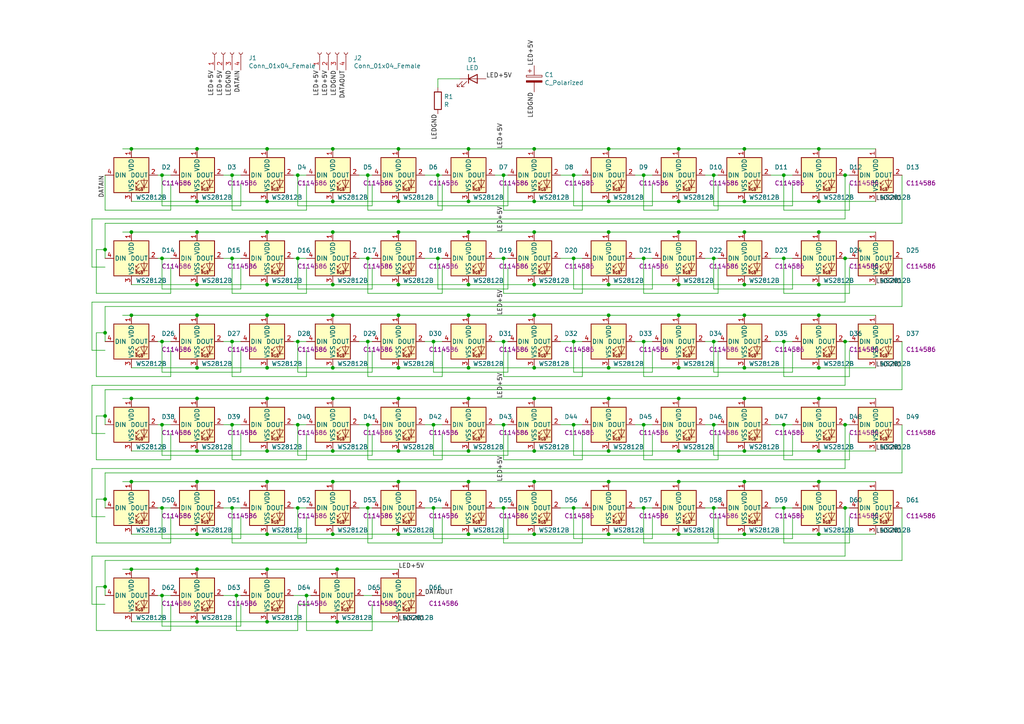
<source format=kicad_sch>
(kicad_sch (version 20211123) (generator eeschema)
  (paper "A4")
  (title_block (title "INTR LT PANEL") (date "2023-02-10") (rev "3"))
  (junction (at 237.49 115.57))
  (junction (at 135.89 139.7))
  (junction (at 196.85 154.94))
  (junction (at 186.69 50.8))
  (junction (at 176.53 43.18))
  (junction (at 30.48 120.65))
  (junction (at 77.47 130.81))
  (junction (at 38.1 43.18))
  (junction (at 154.94 67.31))
  (junction (at 135.89 154.94))
  (junction (at 176.53 139.7))
  (junction (at 176.53 130.81))
  (junction (at 67.31 74.93))
  (junction (at 57.15 43.18))
  (junction (at 196.85 130.81))
  (junction (at 196.85 139.7))
  (junction (at 176.53 115.57))
  (junction (at 86.36 50.8))
  (junction (at 154.94 82.55))
  (junction (at 215.9 154.94))
  (junction (at 196.85 91.44))
  (junction (at 57.15 139.7))
  (junction (at 86.36 123.19))
  (junction (at 106.68 74.93))
  (junction (at 196.85 43.18))
  (junction (at 38.1 115.57))
  (junction (at 67.31 147.32))
  (junction (at 166.37 123.19))
  (junction (at 176.53 154.94))
  (junction (at 154.94 115.57))
  (junction (at 57.15 154.94))
  (junction (at 77.47 58.42))
  (junction (at 215.9 106.68))
  (junction (at 38.1 67.31))
  (junction (at 97.79 165.1))
  (junction (at 77.47 165.1))
  (junction (at 154.94 106.68))
  (junction (at 176.53 91.44))
  (junction (at 215.9 43.18))
  (junction (at 46.99 123.19))
  (junction (at 30.48 144.78))
  (junction (at 215.9 82.55))
  (junction (at 77.47 180.34))
  (junction (at 176.53 67.31))
  (junction (at 196.85 67.31))
  (junction (at 237.49 82.55))
  (junction (at 135.89 106.68))
  (junction (at 127 74.93))
  (junction (at 237.49 67.31))
  (junction (at 115.57 130.81))
  (junction (at 166.37 99.06))
  (junction (at 96.52 139.7))
  (junction (at 237.49 91.44))
  (junction (at 96.52 154.94))
  (junction (at 57.15 91.44))
  (junction (at 227.33 99.06))
  (junction (at 154.94 58.42))
  (junction (at 196.85 58.42))
  (junction (at 96.52 106.68))
  (junction (at 86.36 147.32))
  (junction (at 207.01 123.19))
  (junction (at 96.52 130.81))
  (junction (at 57.15 115.57))
  (junction (at 77.47 115.57))
  (junction (at 245.11 50.8))
  (junction (at 115.57 43.18))
  (junction (at 207.01 147.32))
  (junction (at 135.89 58.42))
  (junction (at 46.99 147.32))
  (junction (at 115.57 82.55))
  (junction (at 215.9 91.44))
  (junction (at 215.9 58.42))
  (junction (at 77.47 106.68))
  (junction (at 57.15 180.34))
  (junction (at 77.47 139.7))
  (junction (at 176.53 106.68))
  (junction (at 46.99 172.72))
  (junction (at 46.99 99.06))
  (junction (at 146.05 74.93))
  (junction (at 245.11 74.93))
  (junction (at 115.57 154.94))
  (junction (at 96.52 115.57))
  (junction (at 57.15 130.81))
  (junction (at 196.85 106.68))
  (junction (at 154.94 139.7))
  (junction (at 135.89 43.18))
  (junction (at 245.11 99.06))
  (junction (at 135.89 130.81))
  (junction (at 96.52 82.55))
  (junction (at 215.9 67.31))
  (junction (at 154.94 154.94))
  (junction (at 96.52 67.31))
  (junction (at 166.37 74.93))
  (junction (at 57.15 82.55))
  (junction (at 57.15 67.31))
  (junction (at 176.53 58.42))
  (junction (at 106.68 147.32))
  (junction (at 77.47 82.55))
  (junction (at 237.49 154.94))
  (junction (at 67.31 123.19))
  (junction (at 57.15 165.1))
  (junction (at 125.73 99.06))
  (junction (at 86.36 74.93))
  (junction (at 176.53 82.55))
  (junction (at 186.69 99.06))
  (junction (at 245.11 147.32))
  (junction (at 115.57 115.57))
  (junction (at 115.57 91.44))
  (junction (at 57.15 106.68))
  (junction (at 88.9 172.72))
  (junction (at 77.47 67.31))
  (junction (at 30.48 72.39))
  (junction (at 96.52 58.42))
  (junction (at 96.52 91.44))
  (junction (at 186.69 123.19))
  (junction (at 127 50.8))
  (junction (at 106.68 50.8))
  (junction (at 38.1 139.7))
  (junction (at 215.9 130.81))
  (junction (at 215.9 115.57))
  (junction (at 30.48 170.18))
  (junction (at 115.57 106.68))
  (junction (at 30.48 96.52))
  (junction (at 46.99 50.8))
  (junction (at 245.11 123.19))
  (junction (at 135.89 67.31))
  (junction (at 77.47 154.94))
  (junction (at 207.01 50.8))
  (junction (at 115.57 139.7))
  (junction (at 96.52 43.18))
  (junction (at 146.05 147.32))
  (junction (at 135.89 82.55))
  (junction (at 38.1 165.1))
  (junction (at 146.05 50.8))
  (junction (at 215.9 139.7))
  (junction (at 106.68 99.06))
  (junction (at 237.49 58.42))
  (junction (at 154.94 130.81))
  (junction (at 166.37 50.8))
  (junction (at 106.68 123.19))
  (junction (at 146.05 123.19))
  (junction (at 227.33 147.32))
  (junction (at 166.37 147.32))
  (junction (at 196.85 82.55))
  (junction (at 67.31 50.8))
  (junction (at 57.15 58.42))
  (junction (at 67.31 99.06))
  (junction (at 237.49 43.18))
  (junction (at 227.33 74.93))
  (junction (at 146.05 99.06))
  (junction (at 125.73 123.19))
  (junction (at 237.49 106.68))
  (junction (at 46.99 74.93))
  (junction (at 186.69 74.93))
  (junction (at 135.89 115.57))
  (junction (at 86.36 99.06))
  (junction (at 237.49 139.7))
  (junction (at 237.49 130.81))
  (junction (at 154.94 91.44))
  (junction (at 227.33 50.8))
  (junction (at 68.58 172.72))
  (junction (at 77.47 91.44))
  (junction (at 227.33 123.19))
  (junction (at 207.01 74.93))
  (junction (at 115.57 58.42))
  (junction (at 186.69 147.32))
  (junction (at 38.1 91.44))
  (junction (at 196.85 115.57))
  (junction (at 125.73 147.32))
  (junction (at 207.01 99.06))
  (junction (at 115.57 67.31))
  (junction (at 97.79 180.34))
  (junction (at 135.89 91.44))
  (junction (at 77.47 43.18))
  (junction (at 154.94 43.18))
  (wire (pts (xy 261.62 162.56) (xy 30.48 162.56)))
  (wire (pts (xy 189.23 53.34) (xy 189.23 59.69)))
  (wire (pts (xy 166.37 99.06) (xy 168.91 99.06)))
  (wire (pts (xy 69.85 125.73) (xy 69.85 132.08)))
  (wire (pts (xy 229.87 132.08) (xy 207.01 132.08)))
  (wire (pts (xy 125.73 123.19) (xy 128.27 123.19)))
  (wire (pts (xy 88.9 133.35) (xy 67.31 133.35)))
  (wire (pts (xy 227.33 157.48) (xy 227.33 147.32)))
  (wire (pts (xy 115.57 43.18) (xy 135.89 43.18)))
  (wire (pts (xy 107.95 156.21) (xy 86.36 156.21)))
  (wire (pts (xy 186.69 109.22) (xy 186.69 99.06)))
  (wire (pts (xy 135.89 67.31) (xy 154.94 67.31)))
  (wire (pts (xy 96.52 67.31) (xy 115.57 67.31)))
  (wire (pts (xy 168.91 133.35) (xy 146.05 133.35)))
  (wire (pts (xy 88.9 109.22) (xy 67.31 109.22)))
  (wire (pts (xy 45.72 123.19) (xy 46.99 123.19)))
  (wire (pts (xy 115.57 130.81) (xy 135.89 130.81)))
  (wire (pts (xy 166.37 132.08) (xy 166.37 123.19)))
  (wire (pts (xy 85.09 147.32) (xy 86.36 147.32)))
  (wire (pts (xy 189.23 107.95) (xy 166.37 107.95)))
  (wire (pts (xy 135.89 115.57) (xy 154.94 115.57)))
  (wire (pts (xy 128.27 157.48) (xy 106.68 157.48)))
  (wire (pts (xy 67.31 74.93) (xy 69.85 74.93)))
  (wire (pts (xy 26.67 149.86) (xy 26.67 135.89)))
  (wire (pts (xy 64.77 147.32) (xy 67.31 147.32)))
  (wire (pts (xy 237.49 58.42) (xy 254 58.42)))
  (wire (pts (xy 237.49 91.44) (xy 254 91.44)))
  (wire (pts (xy 186.69 60.96) (xy 186.69 50.8)))
  (wire (pts (xy 186.69 74.93) (xy 189.23 74.93)))
  (wire (pts (xy 106.68 99.06) (xy 107.95 99.06)))
  (wire (pts (xy 154.94 91.44) (xy 176.53 91.44)))
  (wire (pts (xy 107.95 125.73) (xy 107.95 132.08)))
  (wire (pts (xy 168.91 85.09) (xy 146.05 85.09)))
  (wire (pts (xy 38.1 67.31) (xy 35.56 67.31)))
  (wire (pts (xy 27.94 109.22) (xy 49.53 109.22)))
  (wire (pts (xy 147.32 107.95) (xy 125.73 107.95)))
  (wire (pts (xy 246.38 53.34) (xy 246.38 60.96)))
  (wire (pts (xy 135.89 43.18) (xy 154.94 43.18)))
  (wire (pts (xy 96.52 115.57) (xy 115.57 115.57)))
  (wire (pts (xy 237.49 106.68) (xy 254 106.68)))
  (wire (pts (xy 166.37 107.95) (xy 166.37 99.06)))
  (wire (pts (xy 176.53 106.68) (xy 196.85 106.68)))
  (wire (pts (xy 27.94 96.52) (xy 30.48 96.52)))
  (wire (pts (xy 38.1 165.1) (xy 35.56 165.1)))
  (wire (pts (xy 96.52 91.44) (xy 115.57 91.44)))
  (wire (pts (xy 38.1 106.68) (xy 57.15 106.68)))
  (wire (pts (xy 146.05 157.48) (xy 146.05 147.32)))
  (wire (pts (xy 88.9 182.88) (xy 88.9 172.72)))
  (wire (pts (xy 146.05 74.93) (xy 147.32 74.93)))
  (wire (pts (xy 245.11 161.29) (xy 245.11 147.32)))
  (wire (pts (xy 57.15 130.81) (xy 77.47 130.81)))
  (wire (pts (xy 207.01 74.93) (xy 208.28 74.93)))
  (wire (pts (xy 154.94 130.81) (xy 176.53 130.81)))
  (wire (pts (xy 30.48 72.39) (xy 30.48 74.93)))
  (wire (pts (xy 237.49 130.81) (xy 254 130.81)))
  (wire (pts (xy 45.72 50.8) (xy 46.99 50.8)))
  (wire (pts (xy 38.1 67.31) (xy 57.15 67.31)))
  (wire (pts (xy 38.1 115.57) (xy 57.15 115.57)))
  (wire (pts (xy 67.31 109.22) (xy 67.31 99.06)))
  (wire (pts (xy 147.32 125.73) (xy 147.32 132.08)))
  (wire (pts (xy 146.05 147.32) (xy 147.32 147.32)))
  (wire (pts (xy 146.05 109.22) (xy 146.05 99.06)))
  (wire (pts (xy 85.09 50.8) (xy 86.36 50.8)))
  (wire (pts (xy 107.95 101.6) (xy 107.95 107.95)))
  (wire (pts (xy 69.85 77.47) (xy 69.85 83.82)))
  (wire (pts (xy 27.94 85.09) (xy 49.53 85.09)))
  (wire (pts (xy 207.01 50.8) (xy 208.28 50.8)))
  (wire (pts (xy 229.87 77.47) (xy 229.87 83.82)))
  (wire (pts (xy 189.23 149.86) (xy 189.23 156.21)))
  (wire (pts (xy 46.99 156.21) (xy 46.99 147.32)))
  (wire (pts (xy 135.89 154.94) (xy 154.94 154.94)))
  (wire (pts (xy 128.27 60.96) (xy 106.68 60.96)))
  (wire (pts (xy 27.94 157.48) (xy 27.94 144.78)))
  (wire (pts (xy 135.89 82.55) (xy 154.94 82.55)))
  (wire (pts (xy 154.94 139.7) (xy 176.53 139.7)))
  (wire (pts (xy 146.05 50.8) (xy 147.32 50.8)))
  (wire (pts (xy 57.15 139.7) (xy 77.47 139.7)))
  (wire (pts (xy 96.52 139.7) (xy 115.57 139.7)))
  (wire (pts (xy 147.32 132.08) (xy 125.73 132.08)))
  (wire (pts (xy 96.52 58.42) (xy 115.57 58.42)))
  (wire (pts (xy 127 83.82) (xy 127 74.93)))
  (wire (pts (xy 26.67 101.6) (xy 26.67 87.63)))
  (wire (pts (xy 215.9 82.55) (xy 237.49 82.55)))
  (wire (pts (xy 67.31 60.96) (xy 67.31 50.8)))
  (wire (pts (xy 227.33 74.93) (xy 229.87 74.93)))
  (wire (pts (xy 57.15 106.68) (xy 77.47 106.68)))
  (wire (pts (xy 104.14 50.8) (xy 106.68 50.8)))
  (wire (pts (xy 166.37 156.21) (xy 166.37 147.32)))
  (wire (pts (xy 104.14 147.32) (xy 106.68 147.32)))
  (wire (pts (xy 88.9 77.47) (xy 88.9 85.09)))
  (wire (pts (xy 227.33 50.8) (xy 229.87 50.8)))
  (wire (pts (xy 184.15 74.93) (xy 186.69 74.93)))
  (wire (pts (xy 96.52 43.18) (xy 115.57 43.18)))
  (wire (pts (xy 227.33 99.06) (xy 229.87 99.06)))
  (wire (pts (xy 123.19 147.32) (xy 125.73 147.32)))
  (wire (pts (xy 147.32 101.6) (xy 147.32 107.95)))
  (wire (pts (xy 207.01 107.95) (xy 207.01 99.06)))
  (wire (pts (xy 166.37 123.19) (xy 168.91 123.19)))
  (wire (pts (xy 38.1 139.7) (xy 35.56 139.7)))
  (wire (pts (xy 237.49 67.31) (xy 254 67.31)))
  (wire (pts (xy 237.49 43.18) (xy 254 43.18)))
  (wire (pts (xy 162.56 147.32) (xy 166.37 147.32)))
  (wire (pts (xy 106.68 109.22) (xy 106.68 99.06)))
  (wire (pts (xy 176.53 67.31) (xy 196.85 67.31)))
  (wire (pts (xy 154.94 115.57) (xy 176.53 115.57)))
  (wire (pts (xy 237.49 139.7) (xy 254 139.7)))
  (wire (pts (xy 196.85 91.44) (xy 215.9 91.44)))
  (wire (pts (xy 227.33 147.32) (xy 229.87 147.32)))
  (wire (pts (xy 246.38 77.47) (xy 246.38 85.09)))
  (wire (pts (xy 27.94 72.39) (xy 30.48 72.39)))
  (wire (pts (xy 154.94 82.55) (xy 176.53 82.55)))
  (wire (pts (xy 26.67 161.29) (xy 245.11 161.29)))
  (wire (pts (xy 86.36 175.26) (xy 86.36 182.88)))
  (wire (pts (xy 86.36 156.21) (xy 86.36 147.32)))
  (wire (pts (xy 107.95 149.86) (xy 107.95 156.21)))
  (wire (pts (xy 104.14 99.06) (xy 106.68 99.06)))
  (wire (pts (xy 88.9 125.73) (xy 88.9 133.35)))
  (wire (pts (xy 229.87 59.69) (xy 207.01 59.69)))
  (wire (pts (xy 204.47 99.06) (xy 207.01 99.06)))
  (wire (pts (xy 215.9 91.44) (xy 237.49 91.44)))
  (wire (pts (xy 69.85 53.34) (xy 69.85 59.69)))
  (wire (pts (xy 196.85 139.7) (xy 215.9 139.7)))
  (wire (pts (xy 104.14 74.93) (xy 106.68 74.93)))
  (wire (pts (xy 30.48 149.86) (xy 26.67 149.86)))
  (wire (pts (xy 166.37 147.32) (xy 168.91 147.32)))
  (wire (pts (xy 128.27 53.34) (xy 128.27 60.96)))
  (wire (pts (xy 49.53 60.96) (xy 49.53 53.34)))
  (wire (pts (xy 30.48 162.56) (xy 30.48 170.18)))
  (wire (pts (xy 85.09 99.06) (xy 86.36 99.06)))
  (wire (pts (xy 85.09 172.72) (xy 88.9 172.72)))
  (wire (pts (xy 46.99 123.19) (xy 49.53 123.19)))
  (wire (pts (xy 237.49 154.94) (xy 254 154.94)))
  (wire (pts (xy 215.9 139.7) (xy 237.49 139.7)))
  (wire (pts (xy 38.1 91.44) (xy 35.56 91.44)))
  (wire (pts (xy 227.33 133.35) (xy 227.33 123.19)))
  (wire (pts (xy 30.48 101.6) (xy 26.67 101.6)))
  (wire (pts (xy 176.53 154.94) (xy 196.85 154.94)))
  (wire (pts (xy 27.94 109.22) (xy 27.94 96.52)))
  (wire (pts (xy 46.99 74.93) (xy 49.53 74.93)))
  (wire (pts (xy 186.69 85.09) (xy 186.69 74.93)))
  (wire (pts (xy 57.15 43.18) (xy 77.47 43.18)))
  (wire (pts (xy 147.32 77.47) (xy 147.32 83.82)))
  (wire (pts (xy 135.89 58.42) (xy 154.94 58.42)))
  (wire (pts (xy 57.15 165.1) (xy 77.47 165.1)))
  (wire (pts (xy 135.89 91.44) (xy 154.94 91.44)))
  (wire (pts (xy 30.48 88.9) (xy 30.48 96.52)))
  (wire (pts (xy 127 50.8) (xy 128.27 50.8)))
  (wire (pts (xy 237.49 82.55) (xy 254 82.55)))
  (wire (pts (xy 85.09 74.93) (xy 86.36 74.93)))
  (wire (pts (xy 162.56 123.19) (xy 166.37 123.19)))
  (wire (pts (xy 146.05 60.96) (xy 146.05 50.8)))
  (wire (pts (xy 143.51 123.19) (xy 146.05 123.19)))
  (wire (pts (xy 176.53 115.57) (xy 196.85 115.57)))
  (wire (pts (xy 229.87 107.95) (xy 207.01 107.95)))
  (wire (pts (xy 125.73 147.32) (xy 128.27 147.32)))
  (wire (pts (xy 245.11 147.32) (xy 246.38 147.32)))
  (wire (pts (xy 215.9 67.31) (xy 237.49 67.31)))
  (wire (pts (xy 106.68 157.48) (xy 106.68 147.32)))
  (wire (pts (xy 128.27 101.6) (xy 128.27 109.22)))
  (wire (pts (xy 46.99 99.06) (xy 49.53 99.06)))
  (wire (pts (xy 67.31 99.06) (xy 69.85 99.06)))
  (wire (pts (xy 186.69 123.19) (xy 189.23 123.19)))
  (wire (pts (xy 204.47 123.19) (xy 207.01 123.19)))
  (wire (pts (xy 97.79 165.1) (xy 115.57 165.1)))
  (wire (pts (xy 176.53 58.42) (xy 196.85 58.42)))
  (wire (pts (xy 261.62 137.16) (xy 30.48 137.16)))
  (wire (pts (xy 27.94 144.78) (xy 30.48 144.78)))
  (wire (pts (xy 26.67 135.89) (xy 245.11 135.89)))
  (wire (pts (xy 38.1 91.44) (xy 57.15 91.44)))
  (wire (pts (xy 261.62 74.93) (xy 261.62 88.9)))
  (wire (pts (xy 223.52 123.19) (xy 227.33 123.19)))
  (wire (pts (xy 215.9 115.57) (xy 237.49 115.57)))
  (wire (pts (xy 69.85 83.82) (xy 46.99 83.82)))
  (wire (pts (xy 123.19 74.93) (xy 127 74.93)))
  (wire (pts (xy 106.68 147.32) (xy 107.95 147.32)))
  (wire (pts (xy 246.38 109.22) (xy 227.33 109.22)))
  (wire (pts (xy 135.89 139.7) (xy 154.94 139.7)))
  (wire (pts (xy 184.15 99.06) (xy 186.69 99.06)))
  (wire (pts (xy 237.49 115.57) (xy 254 115.57)))
  (wire (pts (xy 30.48 144.78) (xy 30.48 147.32)))
  (wire (pts (xy 46.99 50.8) (xy 49.53 50.8)))
  (wire (pts (xy 186.69 99.06) (xy 189.23 99.06)))
  (wire (pts (xy 227.33 85.09) (xy 227.33 74.93)))
  (wire (pts (xy 86.36 182.88) (xy 68.58 182.88)))
  (wire (pts (xy 146.05 123.19) (xy 147.32 123.19)))
  (wire (pts (xy 77.47 106.68) (xy 96.52 106.68)))
  (wire (pts (xy 64.77 50.8) (xy 67.31 50.8)))
  (wire (pts (xy 30.48 77.47) (xy 26.67 77.47)))
  (wire (pts (xy 107.95 107.95) (xy 86.36 107.95)))
  (wire (pts (xy 207.01 147.32) (xy 208.28 147.32)))
  (wire (pts (xy 67.31 50.8) (xy 69.85 50.8)))
  (wire (pts (xy 77.47 91.44) (xy 96.52 91.44)))
  (wire (pts (xy 168.91 60.96) (xy 146.05 60.96)))
  (wire (pts (xy 196.85 130.81) (xy 215.9 130.81)))
  (wire (pts (xy 146.05 74.93) (xy 146.05 85.09)))
  (wire (pts (xy 106.68 50.8) (xy 107.95 50.8)))
  (wire (pts (xy 115.57 115.57) (xy 135.89 115.57)))
  (wire (pts (xy 57.15 91.44) (xy 77.47 91.44)))
  (wire (pts (xy 57.15 67.31) (xy 77.47 67.31)))
  (wire (pts (xy 49.53 133.35) (xy 49.53 125.73)))
  (wire (pts (xy 46.99 107.95) (xy 46.99 99.06)))
  (wire (pts (xy 229.87 53.34) (xy 229.87 59.69)))
  (wire (pts (xy 146.05 133.35) (xy 146.05 123.19)))
  (wire (pts (xy 166.37 59.69) (xy 166.37 50.8)))
  (wire (pts (xy 227.33 60.96) (xy 227.33 50.8)))
  (wire (pts (xy 245.11 99.06) (xy 246.38 99.06)))
  (wire (pts (xy 57.15 180.34) (xy 77.47 180.34)))
  (wire (pts (xy 46.99 132.08) (xy 46.99 123.19)))
  (wire (pts (xy 189.23 77.47) (xy 189.23 83.82)))
  (wire (pts (xy 246.38 133.35) (xy 227.33 133.35)))
  (wire (pts (xy 208.28 109.22) (xy 186.69 109.22)))
  (wire (pts (xy 246.38 60.96) (xy 227.33 60.96)))
  (wire (pts (xy 154.94 154.94) (xy 176.53 154.94)))
  (wire (pts (xy 38.1 58.42) (xy 57.15 58.42)))
  (wire (pts (xy 26.67 87.63) (xy 245.11 87.63)))
  (wire (pts (xy 204.47 147.32) (xy 207.01 147.32)))
  (wire (pts (xy 38.1 43.18) (xy 57.15 43.18)))
  (wire (pts (xy 128.27 133.35) (xy 106.68 133.35)))
  (wire (pts (xy 147.32 156.21) (xy 125.73 156.21)))
  (wire (pts (xy 86.36 74.93) (xy 88.9 74.93)))
  (wire (pts (xy 86.36 99.06) (xy 88.9 99.06)))
  (wire (pts (xy 26.67 111.76) (xy 245.11 111.76)))
  (wire (pts (xy 69.85 181.61) (xy 46.99 181.61)))
  (wire (pts (xy 154.94 43.18) (xy 176.53 43.18)))
  (wire (pts (xy 246.38 85.09) (xy 227.33 85.09)))
  (wire (pts (xy 208.28 125.73) (xy 208.28 133.35)))
  (wire (pts (xy 127 74.93) (xy 128.27 74.93)))
  (wire (pts (xy 246.38 125.73) (xy 246.38 133.35)))
  (wire (pts (xy 115.57 91.44) (xy 135.89 91.44)))
  (wire (pts (xy 88.9 53.34) (xy 88.9 60.96)))
  (wire (pts (xy 88.9 172.72) (xy 90.17 172.72)))
  (wire (pts (xy 246.38 101.6) (xy 246.38 109.22)))
  (wire (pts (xy 27.94 85.09) (xy 27.94 72.39)))
  (wire (pts (xy 123.19 123.19) (xy 125.73 123.19)))
  (wire (pts (xy 143.51 99.06) (xy 146.05 99.06)))
  (wire (pts (xy 96.52 106.68) (xy 115.57 106.68)))
  (wire (pts (xy 125.73 99.06) (xy 128.27 99.06)))
  (wire (pts (xy 215.9 154.94) (xy 237.49 154.94)))
  (wire (pts (xy 77.47 180.34) (xy 97.79 180.34)))
  (wire (pts (xy 27.94 133.35) (xy 27.94 120.65)))
  (wire (pts (xy 106.68 85.09) (xy 106.68 74.93)))
  (wire (pts (xy 38.1 130.81) (xy 57.15 130.81)))
  (wire (pts (xy 208.28 77.47) (xy 208.28 85.09)))
  (wire (pts (xy 26.67 63.5) (xy 245.11 63.5)))
  (wire (pts (xy 261.62 123.19) (xy 261.62 137.16)))
  (wire (pts (xy 176.53 91.44) (xy 196.85 91.44)))
  (wire (pts (xy 125.73 107.95) (xy 125.73 99.06)))
  (wire (pts (xy 176.53 130.81) (xy 196.85 130.81)))
  (wire (pts (xy 125.73 147.32) (xy 125.73 156.21)))
  (wire (pts (xy 168.91 77.47) (xy 168.91 85.09)))
  (wire (pts (xy 184.15 147.32) (xy 186.69 147.32)))
  (wire (pts (xy 77.47 115.57) (xy 96.52 115.57)))
  (wire (pts (xy 189.23 83.82) (xy 166.37 83.82)))
  (wire (pts (xy 88.9 85.09) (xy 67.31 85.09)))
  (wire (pts (xy 215.9 130.81) (xy 237.49 130.81)))
  (wire (pts (xy 38.1 180.34) (xy 57.15 180.34)))
  (wire (pts (xy 26.67 77.47) (xy 26.67 63.5)))
  (wire (pts (xy 168.91 157.48) (xy 146.05 157.48)))
  (wire (pts (xy 189.23 125.73) (xy 189.23 132.08)))
  (wire (pts (xy 261.62 162.56) (xy 261.62 147.32)))
  (wire (pts (xy 86.36 132.08) (xy 86.36 123.19)))
  (wire (pts (xy 133.35 22.86) (xy 127 22.86)))
  (wire (pts (xy 208.28 101.6) (xy 208.28 109.22)))
  (wire (pts (xy 107.95 182.88) (xy 88.9 182.88)))
  (wire (pts (xy 77.47 165.1) (xy 97.79 165.1)))
  (wire (pts (xy 115.57 106.68) (xy 135.89 106.68)))
  (wire (pts (xy 123.19 99.06) (xy 125.73 99.06)))
  (wire (pts (xy 46.99 147.32) (xy 49.53 147.32)))
  (wire (pts (xy 77.47 58.42) (xy 96.52 58.42)))
  (wire (pts (xy 64.77 172.72) (xy 68.58 172.72)))
  (wire (pts (xy 68.58 172.72) (xy 69.85 172.72)))
  (wire (pts (xy 77.47 67.31) (xy 96.52 67.31)))
  (wire (pts (xy 176.53 43.18) (xy 196.85 43.18)))
  (wire (pts (xy 208.28 85.09) (xy 186.69 85.09)))
  (wire (pts (xy 86.36 50.8) (xy 88.9 50.8)))
  (wire (pts (xy 104.14 123.19) (xy 106.68 123.19)))
  (wire (pts (xy 49.53 85.09) (xy 49.53 77.47)))
  (wire (pts (xy 245.11 50.8) (xy 246.38 50.8)))
  (wire (pts (xy 30.48 113.03) (xy 30.48 120.65)))
  (wire (pts (xy 208.28 60.96) (xy 186.69 60.96)))
  (wire (pts (xy 162.56 50.8) (xy 166.37 50.8)))
  (wire (pts (xy 88.9 149.86) (xy 88.9 157.48)))
  (wire (pts (xy 261.62 50.8) (xy 261.62 64.77)))
  (wire (pts (xy 69.85 156.21) (xy 46.99 156.21)))
  (wire (pts (xy 127 59.69) (xy 127 50.8)))
  (wire (pts (xy 67.31 133.35) (xy 67.31 123.19)))
  (wire (pts (xy 245.11 74.93) (xy 246.38 74.93)))
  (wire (pts (xy 189.23 101.6) (xy 189.23 107.95)))
  (wire (pts (xy 186.69 147.32) (xy 189.23 147.32)))
  (wire (pts (xy 69.85 175.26) (xy 69.85 181.61)))
  (wire (pts (xy 196.85 58.42) (xy 215.9 58.42)))
  (wire (pts (xy 45.72 172.72) (xy 46.99 172.72)))
  (wire (pts (xy 96.52 130.81) (xy 115.57 130.81)))
  (wire (pts (xy 90.17 175.26) (xy 86.36 175.26)))
  (wire (pts (xy 245.11 123.19) (xy 246.38 123.19)))
  (wire (pts (xy 166.37 83.82) (xy 166.37 74.93)))
  (wire (pts (xy 46.99 172.72) (xy 49.53 172.72)))
  (wire (pts (xy 27.94 133.35) (xy 49.53 133.35)))
  (wire (pts (xy 196.85 43.18) (xy 215.9 43.18)))
  (wire (pts (xy 57.15 115.57) (xy 77.47 115.57)))
  (wire (pts (xy 128.27 77.47) (xy 128.27 85.09)))
  (wire (pts (xy 38.1 139.7) (xy 57.15 139.7)))
  (wire (pts (xy 245.11 87.63) (xy 245.11 74.93)))
  (wire (pts (xy 207.01 83.82) (xy 207.01 74.93)))
  (wire (pts (xy 196.85 106.68) (xy 215.9 106.68)))
  (wire (pts (xy 96.52 154.94) (xy 115.57 154.94)))
  (wire (pts (xy 115.57 154.94) (xy 135.89 154.94)))
  (wire (pts (xy 261.62 64.77) (xy 30.48 64.77)))
  (wire (pts (xy 77.47 82.55) (xy 96.52 82.55)))
  (wire (pts (xy 229.87 149.86) (xy 229.87 156.21)))
  (wire (pts (xy 207.01 99.06) (xy 208.28 99.06)))
  (wire (pts (xy 261.62 113.03) (xy 30.48 113.03)))
  (wire (pts (xy 107.95 53.34) (xy 107.95 59.69)))
  (wire (pts (xy 135.89 130.81) (xy 154.94 130.81)))
  (wire (pts (xy 67.31 123.19) (xy 69.85 123.19)))
  (wire (pts (xy 229.87 156.21) (xy 207.01 156.21)))
  (wire (pts (xy 88.9 101.6) (xy 88.9 109.22)))
  (wire (pts (xy 30.48 50.8) (xy 30.48 60.96)))
  (wire (pts (xy 184.15 50.8) (xy 186.69 50.8)))
  (wire (pts (xy 49.53 109.22) (xy 49.53 101.6)))
  (wire (pts (xy 106.68 74.93) (xy 107.95 74.93)))
  (wire (pts (xy 227.33 109.22) (xy 227.33 99.06)))
  (wire (pts (xy 69.85 101.6) (xy 69.85 107.95)))
  (wire (pts (xy 261.62 88.9) (xy 30.48 88.9)))
  (wire (pts (xy 189.23 156.21) (xy 166.37 156.21)))
  (wire (pts (xy 196.85 154.94) (xy 215.9 154.94)))
  (wire (pts (xy 166.37 74.93) (xy 168.91 74.93)))
  (wire (pts (xy 30.48 175.26) (xy 26.67 175.26)))
  (wire (pts (xy 30.48 96.52) (xy 30.48 99.06)))
  (wire (pts (xy 107.95 77.47) (xy 107.95 83.82)))
  (wire (pts (xy 168.91 149.86) (xy 168.91 157.48)))
  (wire (pts (xy 154.94 106.68) (xy 176.53 106.68)))
  (wire (pts (xy 223.52 74.93) (xy 227.33 74.93)))
  (wire (pts (xy 162.56 74.93) (xy 166.37 74.93)))
  (wire (pts (xy 38.1 82.55) (xy 57.15 82.55)))
  (wire (pts (xy 215.9 106.68) (xy 237.49 106.68)))
  (wire (pts (xy 77.47 154.94) (xy 96.52 154.94)))
  (wire (pts (xy 27.94 120.65) (xy 30.48 120.65)))
  (wire (pts (xy 135.89 106.68) (xy 154.94 106.68)))
  (wire (pts (xy 27.94 182.88) (xy 49.53 182.88)))
  (wire (pts (xy 115.57 67.31) (xy 135.89 67.31)))
  (wire (pts (xy 208.28 157.48) (xy 186.69 157.48)))
  (wire (pts (xy 46.99 83.82) (xy 46.99 74.93)))
  (wire (pts (xy 30.48 125.73) (xy 26.67 125.73)))
  (wire (pts (xy 27.94 157.48) (xy 49.53 157.48)))
  (wire (pts (xy 246.38 157.48) (xy 227.33 157.48)))
  (wire (pts (xy 68.58 182.88) (xy 68.58 172.72)))
  (wire (pts (xy 86.36 83.82) (xy 86.36 74.93)))
  (wire (pts (xy 49.53 157.48) (xy 49.53 149.86)))
  (wire (pts (xy 57.15 58.42) (xy 77.47 58.42)))
  (wire (pts (xy 204.47 50.8) (xy 207.01 50.8)))
  (wire (pts (xy 147.32 53.34) (xy 147.32 59.69)))
  (wire (pts (xy 186.69 133.35) (xy 186.69 123.19)))
  (wire (pts (xy 162.56 99.06) (xy 166.37 99.06)))
  (wire (pts (xy 207.01 123.19) (xy 208.28 123.19)))
  (wire (pts (xy 64.77 74.93) (xy 67.31 74.93)))
  (wire (pts (xy 176.53 82.55) (xy 196.85 82.55)))
  (wire (pts (xy 105.41 172.72) (xy 107.95 172.72)))
  (wire (pts (xy 86.36 107.95) (xy 86.36 99.06)))
  (wire (pts (xy 67.31 157.48) (xy 67.31 147.32)))
  (wire (pts (xy 196.85 82.55) (xy 215.9 82.55)))
  (wire (pts (xy 67.31 85.09) (xy 67.31 74.93)))
  (wire (pts (xy 147.32 149.86) (xy 147.32 156.21)))
  (wire (pts (xy 261.62 99.06) (xy 261.62 113.03)))
  (wire (pts (xy 208.28 53.34) (xy 208.28 60.96)))
  (wire (pts (xy 96.52 82.55) (xy 115.57 82.55)))
  (wire (pts (xy 227.33 123.19) (xy 229.87 123.19)))
  (wire (pts (xy 46.99 181.61) (xy 46.99 172.72)))
  (wire (pts (xy 186.69 157.48) (xy 186.69 147.32)))
  (wire (pts (xy 115.57 82.55) (xy 135.89 82.55)))
  (wire (pts (xy 77.47 130.81) (xy 96.52 130.81)))
  (wire (pts (xy 49.53 182.88) (xy 49.53 175.26)))
  (wire (pts (xy 204.47 74.93) (xy 207.01 74.93)))
  (wire (pts (xy 97.79 180.34) (xy 115.57 180.34)))
  (wire (pts (xy 154.94 67.31) (xy 176.53 67.31)))
  (wire (pts (xy 107.95 175.26) (xy 107.95 182.88)))
  (wire (pts (xy 127 22.86) (xy 127 25.4)))
  (wire (pts (xy 107.95 83.82) (xy 86.36 83.82)))
  (wire (pts (xy 86.36 59.69) (xy 86.36 50.8)))
  (wire (pts (xy 168.91 101.6) (xy 168.91 109.22)))
  (wire (pts (xy 69.85 107.95) (xy 46.99 107.95)))
  (wire (pts (xy 146.05 99.06) (xy 147.32 99.06)))
  (wire (pts (xy 168.91 53.34) (xy 168.91 60.96)))
  (wire (pts (xy 30.48 137.16) (xy 30.48 144.78)))
  (wire (pts (xy 208.28 149.86) (xy 208.28 157.48)))
  (wire (pts (xy 106.68 133.35) (xy 106.68 123.19)))
  (wire (pts (xy 176.53 139.7) (xy 196.85 139.7)))
  (wire (pts (xy 38.1 43.18) (xy 35.56 43.18)))
  (wire (pts (xy 106.68 123.19) (xy 107.95 123.19)))
  (wire (pts (xy 143.51 50.8) (xy 146.05 50.8)))
  (wire (pts (xy 207.01 132.08) (xy 207.01 123.19)))
  (wire (pts (xy 26.67 175.26) (xy 26.67 161.29)))
  (wire (pts (xy 128.27 85.09) (xy 106.68 85.09)))
  (wire (pts (xy 245.11 111.76) (xy 245.11 99.06)))
  (wire (pts (xy 69.85 149.86) (xy 69.85 156.21)))
  (wire (pts (xy 38.1 165.1) (xy 57.15 165.1)))
  (wire (pts (xy 30.48 60.96) (xy 49.53 60.96)))
  (wire (pts (xy 64.77 123.19) (xy 67.31 123.19)))
  (wire (pts (xy 30.48 120.65) (xy 30.48 123.19)))
  (wire (pts (xy 143.51 74.93) (xy 146.05 74.93)))
  (wire (pts (xy 127 83.82) (xy 147.32 83.82)))
  (wire (pts (xy 88.9 157.48) (xy 67.31 157.48)))
  (wire (pts (xy 128.27 125.73) (xy 128.27 133.35)))
  (wire (pts (xy 26.67 125.73) (xy 26.67 111.76)))
  (wire (pts (xy 166.37 50.8) (xy 168.91 50.8)))
  (wire (pts (xy 77.47 43.18) (xy 96.52 43.18)))
  (wire (pts (xy 223.52 99.06) (xy 227.33 99.06)))
  (wire (pts (xy 128.27 109.22) (xy 106.68 109.22)))
  (wire (pts (xy 46.99 59.69) (xy 46.99 50.8)))
  (wire (pts (xy 229.87 101.6) (xy 229.87 107.95)))
  (wire (pts (xy 27.94 182.88) (xy 27.94 170.18)))
  (wire (pts (xy 30.48 170.18) (xy 30.48 172.72)))
  (wire (pts (xy 86.36 147.32) (xy 88.9 147.32)))
  (wire (pts (xy 168.91 125.73) (xy 168.91 133.35)))
  (wire (pts (xy 196.85 67.31) (xy 215.9 67.31)))
  (wire (pts (xy 106.68 60.96) (xy 106.68 50.8)))
  (wire (pts (xy 38.1 115.57) (xy 35.56 115.57)))
  (wire (pts (xy 30.48 64.77) (xy 30.48 72.39)))
  (wire (pts (xy 27.94 170.18) (xy 30.48 170.18)))
  (wire (pts (xy 67.31 147.32) (xy 69.85 147.32)))
  (wire (pts (xy 223.52 147.32) (xy 227.33 147.32)))
  (wire (pts (xy 86.36 123.19) (xy 88.9 123.19)))
  (wire (pts (xy 85.09 123.19) (xy 86.36 123.19)))
  (wire (pts (xy 57.15 154.94) (xy 77.47 154.94)))
  (wire (pts (xy 168.91 109.22) (xy 146.05 109.22)))
  (wire (pts (xy 229.87 125.73) (xy 229.87 132.08)))
  (wire (pts (xy 38.1 154.94) (xy 57.15 154.94)))
  (wire (pts (xy 154.94 58.42) (xy 176.53 58.42)))
  (wire (pts (xy 229.87 83.82) (xy 207.01 83.82)))
  (wire (pts (xy 143.51 147.32) (xy 146.05 147.32)))
  (wire (pts (xy 189.23 59.69) (xy 166.37 59.69)))
  (wire (pts (xy 45.72 147.32) (xy 46.99 147.32)))
  (wire (pts (xy 186.69 50.8) (xy 189.23 50.8)))
  (wire (pts (xy 223.52 50.8) (xy 227.33 50.8)))
  (wire (pts (xy 246.38 149.86) (xy 246.38 157.48)))
  (wire (pts (xy 245.11 135.89) (xy 245.11 123.19)))
  (wire (pts (xy 69.85 132.08) (xy 46.99 132.08)))
  (wire (pts (xy 128.27 149.86) (xy 128.27 157.48)))
  (wire (pts (xy 125.73 132.08) (xy 125.73 123.19)))
  (wire (pts (xy 189.23 132.08) (xy 166.37 132.08)))
  (wire (pts (xy 123.19 50.8) (xy 127 50.8)))
  (wire (pts (xy 245.11 63.5) (xy 245.11 50.8)))
  (wire (pts (xy 215.9 58.42) (xy 237.49 58.42)))
  (wire (pts (xy 107.95 132.08) (xy 86.36 132.08)))
  (wire (pts (xy 57.15 82.55) (xy 77.47 82.55)))
  (wire (pts (xy 88.9 60.96) (xy 67.31 60.96)))
  (wire (pts (xy 207.01 59.69) (xy 207.01 50.8)))
  (wire (pts (xy 107.95 59.69) (xy 86.36 59.69)))
  (wire (pts (xy 196.85 115.57) (xy 215.9 115.57)))
  (wire (pts (xy 64.77 99.06) (xy 67.31 99.06)))
  (wire (pts (xy 147.32 59.69) (xy 127 59.69)))
  (wire (pts (xy 45.72 74.93) (xy 46.99 74.93)))
  (wire (pts (xy 69.85 59.69) (xy 46.99 59.69)))
  (wire (pts (xy 215.9 43.18) (xy 237.49 43.18)))
  (wire (pts (xy 115.57 58.42) (xy 135.89 58.42)))
  (wire (pts (xy 77.47 139.7) (xy 96.52 139.7)))
  (wire (pts (xy 208.28 133.35) (xy 186.69 133.35)))
  (wire (pts (xy 115.57 139.7) (xy 135.89 139.7)))
  (wire (pts (xy 184.15 123.19) (xy 186.69 123.19)))
  (wire (pts (xy 45.72 99.06) (xy 46.99 99.06)))
  (wire (pts (xy 207.01 156.21) (xy 207.01 147.32)))
  (label "LED+5V" (at 146.05 43.18 90))
  (label "LED+5V" (at 154.94 19.05 90))
  (label "LED+5V" (at 146.05 67.31 90))
  (label "LED+5V" (at 62.23 20.32 270))
  (label "LEDGND" (at 254 82.55 0))
  (label "DATAIN" (at 30.48 50.8 270))
  (label "LEDGND" (at 254 106.68 0))
  (label "LED+5V" (at 146.05 139.7 90))
  (label "LEDGND" (at 67.31 20.32 270))
  (label "LEDGND" (at 97.79 20.32 270))
  (label "LED+5V" (at 140.97 22.86 0))
  (label "LEDGND" (at 154.94 26.67 270))
  (label "LED+5V" (at 64.77 20.32 270))
  (label "DATAIN" (at 69.85 20.32 270))
  (label "LED+5V" (at 146.05 91.44 90))
  (label "DATAOUT" (at 123.19 172.72 0))
  (label "DATAOUT" (at 100.33 20.32 270))
  (label "LEDGND" (at 254 58.42 0))
  (label "LEDGND" (at 127 33.02 270))
  (label "LED+5V" (at 115.57 165.1 0))
  (label "LEDGND" (at 254 154.94 0))
  (label "LED+5V" (at 92.71 20.32 270))
  (label "LED+5V" (at 146.05 115.57 90))
  (label "LEDGND" (at 115.57 180.34 0))
  (label "LEDGND" (at 254 130.81 0))
  (label "LED+5V" (at 95.25 20.32 270))
  (symbol (lib_id "Device:C_Polarized") (at 154.94 22.86 0) (unit 1)
    (property "Reference" "C1" (at 157.9372 21.6916 0) (effects (justify left)))
    (property "Value" "C_Polarized" (at 157.9372 24.003 0) (effects (justify left)))
    (property "Footprint" "OH_Footprints:CP_Elec_8x10" (effects hide))
  )
  (symbol (lib_id "LED:WS2812B") (at 38.1 50.8 0) (unit 1)
    (property "Reference" "D2" (at 46.8376 48.4886 0) (effects (justify left)))
    (property "Value" "WS2812B" (at 39.37 56.515 0) (effects (justify left top)))
    (property "Footprint" "OH_Footprints:LED_WS2812B_PLCC4_5.0x5.0mm_P3.2mm" (effects hide))
    (property "Datasheet" "https://cdn-shop.adafruit.com/datasheets/WS2812B.pdf" (effects hide))
    (property "LCSC Part Number" "C114586" (at 46.8376 53.1114 0) (effects (justify left)))
  )
  (symbol (lib_id "Device:R") (at 127 29.21 0) (unit 1)
    (property "Reference" "R1" (at 128.778 28.0416 0) (effects (justify left)))
    (property "Value" "R" (at 128.778 30.353 0) (effects (justify left)))
    (property "Footprint" "OH_Footprints:R_0603_1608Metric" (effects hide))
  )
  (symbol (lib_id "Device:LED") (at 137.16 22.86 0) (unit 1)
    (property "Reference" "D1" (at 136.9822 17.3482 0))
    (property "Value" "LED" (at 136.9822 19.6596 0))
    (property "Footprint" "OH_Footprints:LED_D3.0mm" (effects hide))
  )
  (symbol (lib_id "Connector:Conn_01x04_Female") (at 64.77 15.24 90) (unit 1)
    (property "Reference" "J1" (at 72.0852 16.8148 90) (effects (justify right)))
    (property "Value" "Conn_01x04_Female" (at 72.0852 19.1262 90) (effects (justify right)))
    (property "Footprint" "OH_Footprints:Molex_Mini-Fit_Jr_5566-04A_2x02_P4.20mm_Vertical" (effects hide))
  )
  (symbol (lib_id "Connector:Conn_01x04_Female") (at 95.25 15.24 90) (unit 1)
    (property "Reference" "J2" (at 102.5652 16.8148 90) (effects (justify right)))
    (property "Value" "Conn_01x04_Female" (at 102.5652 19.1262 90) (effects (justify right)))
    (property "Footprint" "OH_Footprints:Molex_Mini-Fit_Jr_5566-04A_2x02_P4.20mm_Vertical" (effects hide))
  )
  (symbol (lib_id "LED:WS2812B") (at 57.15 50.8 0) (unit 1)
    (property "Reference" "D3" (at 65.8876 48.4886 0) (effects (justify left)))
    (property "Value" "WS2812B" (at 58.42 56.515 0) (effects (justify left top)))
    (property "Footprint" "OH_Footprints:LED_WS2812B_PLCC4_5.0x5.0mm_P3.2mm" (effects hide))
    (property "Datasheet" "https://cdn-shop.adafruit.com/datasheets/WS2812B.pdf" (effects hide))
    (property "LCSC Part Number" "C114586" (at 65.8876 53.1114 0) (effects (justify left)))
  )
  (symbol (lib_id "LED:WS2812B") (at 77.47 50.8 0) (unit 1)
    (property "Reference" "D4" (at 86.2076 48.4886 0) (effects (justify left)))
    (property "Value" "WS2812B" (at 78.74 56.515 0) (effects (justify left top)))
    (property "Footprint" "OH_Footprints:LED_WS2812B_PLCC4_5.0x5.0mm_P3.2mm" (effects hide))
    (property "Datasheet" "https://cdn-shop.adafruit.com/datasheets/WS2812B.pdf" (effects hide))
    (property "LCSC Part Number" "C114586" (at 86.2076 53.1114 0) (effects (justify left)))
  )
  (symbol (lib_id "LED:WS2812B") (at 96.52 50.8 0) (unit 1)
    (property "Reference" "D5" (at 105.2576 48.4886 0) (effects (justify left)))
    (property "Value" "WS2812B" (at 97.79 56.515 0) (effects (justify left top)))
    (property "Footprint" "OH_Footprints:LED_WS2812B_PLCC4_5.0x5.0mm_P3.2mm" (effects hide))
    (property "Datasheet" "https://cdn-shop.adafruit.com/datasheets/WS2812B.pdf" (effects hide))
    (property "LCSC Part Number" "C114586" (at 105.2576 53.1114 0) (effects (justify left)))
  )
  (symbol (lib_id "LED:WS2812B") (at 115.57 50.8 0) (unit 1)
    (property "Reference" "D6" (at 124.3076 48.4886 0) (effects (justify left)))
    (property "Value" "WS2812B" (at 116.84 56.515 0) (effects (justify left top)))
    (property "Footprint" "OH_Footprints:LED_WS2812B_PLCC4_5.0x5.0mm_P3.2mm" (effects hide))
    (property "Datasheet" "https://cdn-shop.adafruit.com/datasheets/WS2812B.pdf" (effects hide))
    (property "LCSC Part Number" "C114586" (at 124.3076 53.1114 0) (effects (justify left)))
  )
  (symbol (lib_id "LED:WS2812B") (at 135.89 50.8 0) (unit 1)
    (property "Reference" "D7" (at 144.6276 48.4886 0) (effects (justify left)))
    (property "Value" "WS2812B" (at 137.16 56.515 0) (effects (justify left top)))
    (property "Footprint" "OH_Footprints:LED_WS2812B_PLCC4_5.0x5.0mm_P3.2mm" (effects hide))
    (property "Datasheet" "https://cdn-shop.adafruit.com/datasheets/WS2812B.pdf" (effects hide))
    (property "LCSC Part Number" "C114586" (at 144.6276 53.1114 0) (effects (justify left)))
  )
  (symbol (lib_id "LED:WS2812B") (at 154.94 50.8 0) (unit 1)
    (property "Reference" "D8" (at 163.6776 48.4886 0) (effects (justify left)))
    (property "Value" "WS2812B" (at 156.21 56.515 0) (effects (justify left top)))
    (property "Footprint" "OH_Footprints:LED_WS2812B_PLCC4_5.0x5.0mm_P3.2mm" (effects hide))
    (property "Datasheet" "https://cdn-shop.adafruit.com/datasheets/WS2812B.pdf" (effects hide))
    (property "LCSC Part Number" "C114586" (at 163.6776 53.1114 0) (effects (justify left)))
  )
  (symbol (lib_id "LED:WS2812B") (at 176.53 50.8 0) (unit 1)
    (property "Reference" "D9" (at 185.2676 48.4886 0) (effects (justify left)))
    (property "Value" "WS2812B" (at 177.8 56.515 0) (effects (justify left top)))
    (property "Footprint" "OH_Footprints:LED_WS2812B_PLCC4_5.0x5.0mm_P3.2mm" (effects hide))
    (property "Datasheet" "https://cdn-shop.adafruit.com/datasheets/WS2812B.pdf" (effects hide))
    (property "LCSC Part Number" "C114586" (at 185.2676 53.1114 0) (effects (justify left)))
  )
  (symbol (lib_id "LED:WS2812B") (at 196.85 50.8 0) (unit 1)
    (property "Reference" "D10" (at 205.5876 48.4886 0) (effects (justify left)))
    (property "Value" "WS2812B" (at 198.12 56.515 0) (effects (justify left top)))
    (property "Footprint" "OH_Footprints:LED_WS2812B_PLCC4_5.0x5.0mm_P3.2mm" (effects hide))
    (property "Datasheet" "https://cdn-shop.adafruit.com/datasheets/WS2812B.pdf" (effects hide))
    (property "LCSC Part Number" "C114586" (at 205.5876 53.1114 0) (effects (justify left)))
  )
  (symbol (lib_id "LED:WS2812B") (at 215.9 50.8 0) (unit 1)
    (property "Reference" "D11" (at 224.6376 48.4886 0) (effects (justify left)))
    (property "Value" "WS2812B" (at 217.17 56.515 0) (effects (justify left top)))
    (property "Footprint" "OH_Footprints:LED_WS2812B_PLCC4_5.0x5.0mm_P3.2mm" (effects hide))
    (property "Datasheet" "https://cdn-shop.adafruit.com/datasheets/WS2812B.pdf" (effects hide))
    (property "LCSC Part Number" "C114586" (at 224.6376 53.1114 0) (effects (justify left)))
  )
  (symbol (lib_id "LED:WS2812B") (at 237.49 50.8 0) (unit 1)
    (property "Reference" "D12" (at 246.2276 48.4886 0) (effects (justify left)))
    (property "Value" "WS2812B" (at 238.76 56.515 0) (effects (justify left top)))
    (property "Footprint" "OH_Footprints:LED_WS2812B_PLCC4_5.0x5.0mm_P3.2mm" (effects hide))
    (property "Datasheet" "https://cdn-shop.adafruit.com/datasheets/WS2812B.pdf" (effects hide))
    (property "LCSC Part Number" "C114586" (at 246.2276 53.1114 0) (effects (justify left)))
  )
  (symbol (lib_id "LED:WS2812B") (at 254 50.8 0) (unit 1)
    (property "Reference" "D13" (at 262.7376 48.4886 0) (effects (justify left)))
    (property "Value" "WS2812B" (at 255.27 56.515 0) (effects (justify left top)))
    (property "Footprint" "OH_Footprints:LED_WS2812B_PLCC4_5.0x5.0mm_P3.2mm" (effects hide))
    (property "Datasheet" "https://cdn-shop.adafruit.com/datasheets/WS2812B.pdf" (effects hide))
    (property "LCSC Part Number" "C114586" (at 262.7376 53.1114 0) (effects (justify left)))
  )
  (symbol (lib_id "LED:WS2812B") (at 38.1 74.93 0) (unit 1)
    (property "Reference" "D14" (at 46.8376 72.6186 0) (effects (justify left)))
    (property "Value" "WS2812B" (at 39.37 80.645 0) (effects (justify left top)))
    (property "Footprint" "OH_Footprints:LED_WS2812B_PLCC4_5.0x5.0mm_P3.2mm" (effects hide))
    (property "Datasheet" "https://cdn-shop.adafruit.com/datasheets/WS2812B.pdf" (effects hide))
    (property "LCSC Part Number" "C114586" (at 46.8376 77.2414 0) (effects (justify left)))
  )
  (symbol (lib_id "LED:WS2812B") (at 77.47 74.93 0) (unit 1)
    (property "Reference" "D16" (at 86.2076 72.6186 0) (effects (justify left)))
    (property "Value" "WS2812B" (at 78.74 80.645 0) (effects (justify left top)))
    (property "Footprint" "OH_Footprints:LED_WS2812B_PLCC4_5.0x5.0mm_P3.2mm" (effects hide))
    (property "Datasheet" "https://cdn-shop.adafruit.com/datasheets/WS2812B.pdf" (effects hide))
    (property "LCSC Part Number" "C114586" (at 86.2076 77.2414 0) (effects (justify left)))
  )
  (symbol (lib_id "LED:WS2812B") (at 96.52 74.93 0) (unit 1)
    (property "Reference" "D17" (at 105.2576 72.6186 0) (effects (justify left)))
    (property "Value" "WS2812B" (at 97.79 80.645 0) (effects (justify left top)))
    (property "Footprint" "OH_Footprints:LED_WS2812B_PLCC4_5.0x5.0mm_P3.2mm" (effects hide))
    (property "Datasheet" "https://cdn-shop.adafruit.com/datasheets/WS2812B.pdf" (effects hide))
    (property "LCSC Part Number" "C114586" (at 105.2576 77.2414 0) (effects (justify left)))
  )
  (symbol (lib_id "LED:WS2812B") (at 115.57 74.93 0) (unit 1)
    (property "Reference" "D18" (at 124.3076 72.6186 0) (effects (justify left)))
    (property "Value" "WS2812B" (at 116.84 80.645 0) (effects (justify left top)))
    (property "Footprint" "OH_Footprints:LED_WS2812B_PLCC4_5.0x5.0mm_P3.2mm" (effects hide))
    (property "Datasheet" "https://cdn-shop.adafruit.com/datasheets/WS2812B.pdf" (effects hide))
    (property "LCSC Part Number" "C114586" (at 124.3076 77.2414 0) (effects (justify left)))
  )
  (symbol (lib_id "LED:WS2812B") (at 135.89 74.93 0) (unit 1)
    (property "Reference" "D19" (at 144.6276 72.6186 0) (effects (justify left)))
    (property "Value" "WS2812B" (at 137.16 80.645 0) (effects (justify left top)))
    (property "Footprint" "OH_Footprints:LED_WS2812B_PLCC4_5.0x5.0mm_P3.2mm" (effects hide))
    (property "Datasheet" "https://cdn-shop.adafruit.com/datasheets/WS2812B.pdf" (effects hide))
    (property "LCSC Part Number" "C114586" (at 144.6276 77.2414 0) (effects (justify left)))
  )
  (symbol (lib_id "LED:WS2812B") (at 154.94 74.93 0) (unit 1)
    (property "Reference" "D20" (at 163.6776 72.6186 0) (effects (justify left)))
    (property "Value" "WS2812B" (at 156.21 80.645 0) (effects (justify left top)))
    (property "Footprint" "OH_Footprints:LED_WS2812B_PLCC4_5.0x5.0mm_P3.2mm" (effects hide))
    (property "Datasheet" "https://cdn-shop.adafruit.com/datasheets/WS2812B.pdf" (effects hide))
    (property "LCSC Part Number" "C114586" (at 163.6776 77.2414 0) (effects (justify left)))
  )
  (symbol (lib_id "LED:WS2812B") (at 176.53 74.93 0) (unit 1)
    (property "Reference" "D21" (at 185.2676 72.6186 0) (effects (justify left)))
    (property "Value" "WS2812B" (at 177.8 80.645 0) (effects (justify left top)))
    (property "Footprint" "OH_Footprints:LED_WS2812B_PLCC4_5.0x5.0mm_P3.2mm" (effects hide))
    (property "Datasheet" "https://cdn-shop.adafruit.com/datasheets/WS2812B.pdf" (effects hide))
    (property "LCSC Part Number" "C114586" (at 185.2676 77.2414 0) (effects (justify left)))
  )
  (symbol (lib_id "LED:WS2812B") (at 196.85 74.93 0) (unit 1)
    (property "Reference" "D22" (at 205.5876 72.6186 0) (effects (justify left)))
    (property "Value" "WS2812B" (at 198.12 80.645 0) (effects (justify left top)))
    (property "Footprint" "OH_Footprints:LED_WS2812B_PLCC4_5.0x5.0mm_P3.2mm" (effects hide))
    (property "Datasheet" "https://cdn-shop.adafruit.com/datasheets/WS2812B.pdf" (effects hide))
    (property "LCSC Part Number" "C114586" (at 205.5876 77.2414 0) (effects (justify left)))
  )
  (symbol (lib_id "LED:WS2812B") (at 215.9 74.93 0) (unit 1)
    (property "Reference" "D23" (at 224.6376 72.6186 0) (effects (justify left)))
    (property "Value" "WS2812B" (at 217.17 80.645 0) (effects (justify left top)))
    (property "Footprint" "OH_Footprints:LED_WS2812B_PLCC4_5.0x5.0mm_P3.2mm" (effects hide))
    (property "Datasheet" "https://cdn-shop.adafruit.com/datasheets/WS2812B.pdf" (effects hide))
    (property "LCSC Part Number" "C114586" (at 224.6376 77.2414 0) (effects (justify left)))
  )
  (symbol (lib_id "LED:WS2812B") (at 237.49 74.93 0) (unit 1)
    (property "Reference" "D24" (at 246.2276 72.6186 0) (effects (justify left)))
    (property "Value" "WS2812B" (at 238.76 80.645 0) (effects (justify left top)))
    (property "Footprint" "OH_Footprints:LED_WS2812B_PLCC4_5.0x5.0mm_P3.2mm" (effects hide))
    (property "Datasheet" "https://cdn-shop.adafruit.com/datasheets/WS2812B.pdf" (effects hide))
    (property "LCSC Part Number" "C114586" (at 246.2276 77.2414 0) (effects (justify left)))
  )
  (symbol (lib_id "LED:WS2812B") (at 254 74.93 0) (unit 1)
    (property "Reference" "D25" (at 262.7376 72.6186 0) (effects (justify left)))
    (property "Value" "WS2812B" (at 255.27 80.645 0) (effects (justify left top)))
    (property "Footprint" "OH_Footprints:LED_WS2812B_PLCC4_5.0x5.0mm_P3.2mm" (effects hide))
    (property "Datasheet" "https://cdn-shop.adafruit.com/datasheets/WS2812B.pdf" (effects hide))
    (property "LCSC Part Number" "C114586" (at 262.7376 77.2414 0) (effects (justify left)))
  )
  (symbol (lib_id "LED:WS2812B") (at 57.15 74.93 0) (unit 1)
    (property "Reference" "D15" (at 65.8876 72.6186 0) (effects (justify left)))
    (property "Value" "WS2812B" (at 58.42 80.645 0) (effects (justify left top)))
    (property "Footprint" "OH_Footprints:LED_WS2812B_PLCC4_5.0x5.0mm_P3.2mm" (effects hide))
    (property "Datasheet" "https://cdn-shop.adafruit.com/datasheets/WS2812B.pdf" (effects hide))
    (property "LCSC Part Number" "C114586" (at 65.8876 77.2414 0) (effects (justify left)))
  )
  (symbol (lib_id "LED:WS2812B") (at 77.47 99.06 0) (unit 1)
    (property "Reference" "D28" (at 86.2076 96.7486 0) (effects (justify left)))
    (property "Value" "WS2812B" (at 78.74 104.775 0) (effects (justify left top)))
    (property "Footprint" "OH_Footprints:LED_WS2812B_PLCC4_5.0x5.0mm_P3.2mm" (effects hide))
    (property "Datasheet" "https://cdn-shop.adafruit.com/datasheets/WS2812B.pdf" (effects hide))
    (property "LCSC Part Number" "C114586" (at 86.2076 101.3714 0) (effects (justify left)))
  )
  (symbol (lib_id "LED:WS2812B") (at 96.52 99.06 0) (unit 1)
    (property "Reference" "D29" (at 105.2576 96.7486 0) (effects (justify left)))
    (property "Value" "WS2812B" (at 97.79 104.775 0) (effects (justify left top)))
    (property "Footprint" "OH_Footprints:LED_WS2812B_PLCC4_5.0x5.0mm_P3.2mm" (effects hide))
    (property "Datasheet" "https://cdn-shop.adafruit.com/datasheets/WS2812B.pdf" (effects hide))
    (property "LCSC Part Number" "C114586" (at 105.2576 101.3714 0) (effects (justify left)))
  )
  (symbol (lib_id "LED:WS2812B") (at 115.57 99.06 0) (unit 1)
    (property "Reference" "D30" (at 124.3076 96.7486 0) (effects (justify left)))
    (property "Value" "WS2812B" (at 116.84 104.775 0) (effects (justify left top)))
    (property "Footprint" "OH_Footprints:LED_WS2812B_PLCC4_5.0x5.0mm_P3.2mm" (effects hide))
    (property "Datasheet" "https://cdn-shop.adafruit.com/datasheets/WS2812B.pdf" (effects hide))
    (property "LCSC Part Number" "C114586" (at 124.3076 101.3714 0) (effects (justify left)))
  )
  (symbol (lib_id "LED:WS2812B") (at 135.89 99.06 0) (unit 1)
    (property "Reference" "D31" (at 144.6276 96.7486 0) (effects (justify left)))
    (property "Value" "WS2812B" (at 137.16 104.775 0) (effects (justify left top)))
    (property "Footprint" "OH_Footprints:LED_WS2812B_PLCC4_5.0x5.0mm_P3.2mm" (effects hide))
    (property "Datasheet" "https://cdn-shop.adafruit.com/datasheets/WS2812B.pdf" (effects hide))
    (property "LCSC Part Number" "C114586" (at 144.6276 101.3714 0) (effects (justify left)))
  )
  (symbol (lib_id "LED:WS2812B") (at 154.94 99.06 0) (unit 1)
    (property "Reference" "D32" (at 163.6776 96.7486 0) (effects (justify left)))
    (property "Value" "WS2812B" (at 156.21 104.775 0) (effects (justify left top)))
    (property "Footprint" "OH_Footprints:LED_WS2812B_PLCC4_5.0x5.0mm_P3.2mm" (effects hide))
    (property "Datasheet" "https://cdn-shop.adafruit.com/datasheets/WS2812B.pdf" (effects hide))
    (property "LCSC Part Number" "C114586" (at 163.6776 101.3714 0) (effects (justify left)))
  )
  (symbol (lib_id "LED:WS2812B") (at 176.53 99.06 0) (unit 1)
    (property "Reference" "D33" (at 185.2676 96.7486 0) (effects (justify left)))
    (property "Value" "WS2812B" (at 177.8 104.775 0) (effects (justify left top)))
    (property "Footprint" "OH_Footprints:LED_WS2812B_PLCC4_5.0x5.0mm_P3.2mm" (effects hide))
    (property "Datasheet" "https://cdn-shop.adafruit.com/datasheets/WS2812B.pdf" (effects hide))
    (property "LCSC Part Number" "C114586" (at 185.2676 101.3714 0) (effects (justify left)))
  )
  (symbol (lib_id "LED:WS2812B") (at 196.85 99.06 0) (unit 1)
    (property "Reference" "D34" (at 205.5876 96.7486 0) (effects (justify left)))
    (property "Value" "WS2812B" (at 198.12 104.775 0) (effects (justify left top)))
    (property "Footprint" "OH_Footprints:LED_WS2812B_PLCC4_5.0x5.0mm_P3.2mm" (effects hide))
    (property "Datasheet" "https://cdn-shop.adafruit.com/datasheets/WS2812B.pdf" (effects hide))
    (property "LCSC Part Number" "C114586" (at 205.5876 101.3714 0) (effects (justify left)))
  )
  (symbol (lib_id "LED:WS2812B") (at 215.9 99.06 0) (unit 1)
    (property "Reference" "D35" (at 224.6376 96.7486 0) (effects (justify left)))
    (property "Value" "WS2812B" (at 217.17 104.775 0) (effects (justify left top)))
    (property "Footprint" "OH_Footprints:LED_WS2812B_PLCC4_5.0x5.0mm_P3.2mm" (effects hide))
    (property "Datasheet" "https://cdn-shop.adafruit.com/datasheets/WS2812B.pdf" (effects hide))
    (property "LCSC Part Number" "C114586" (at 224.6376 101.3714 0) (effects (justify left)))
  )
  (symbol (lib_id "LED:WS2812B") (at 237.49 99.06 0) (unit 1)
    (property "Reference" "D36" (at 246.2276 96.7486 0) (effects (justify left)))
    (property "Value" "WS2812B" (at 238.76 104.775 0) (effects (justify left top)))
    (property "Footprint" "OH_Footprints:LED_WS2812B_PLCC4_5.0x5.0mm_P3.2mm" (effects hide))
    (property "Datasheet" "https://cdn-shop.adafruit.com/datasheets/WS2812B.pdf" (effects hide))
    (property "LCSC Part Number" "C114586" (at 246.2276 101.3714 0) (effects (justify left)))
  )
  (symbol (lib_id "LED:WS2812B") (at 254 99.06 0) (unit 1)
    (property "Reference" "D37" (at 262.7376 96.7486 0) (effects (justify left)))
    (property "Value" "WS2812B" (at 255.27 104.775 0) (effects (justify left top)))
    (property "Footprint" "OH_Footprints:LED_WS2812B_PLCC4_5.0x5.0mm_P3.2mm" (effects hide))
    (property "Datasheet" "https://cdn-shop.adafruit.com/datasheets/WS2812B.pdf" (effects hide))
    (property "LCSC Part Number" "C114586" (at 262.7376 101.3714 0) (effects (justify left)))
  )
  (symbol (lib_id "LED:WS2812B") (at 57.15 99.06 0) (unit 1)
    (property "Reference" "D27" (at 65.8876 96.7486 0) (effects (justify left)))
    (property "Value" "WS2812B" (at 58.42 104.775 0) (effects (justify left top)))
    (property "Footprint" "OH_Footprints:LED_WS2812B_PLCC4_5.0x5.0mm_P3.2mm" (effects hide))
    (property "Datasheet" "https://cdn-shop.adafruit.com/datasheets/WS2812B.pdf" (effects hide))
    (property "LCSC Part Number" "C114586" (at 65.8876 101.3714 0) (effects (justify left)))
  )
  (symbol (lib_id "LED:WS2812B") (at 38.1 99.06 0) (unit 1)
    (property "Reference" "D26" (at 46.8376 96.7486 0) (effects (justify left)))
    (property "Value" "WS2812B" (at 39.37 104.775 0) (effects (justify left top)))
    (property "Footprint" "OH_Footprints:LED_WS2812B_PLCC4_5.0x5.0mm_P3.2mm" (effects hide))
    (property "Datasheet" "https://cdn-shop.adafruit.com/datasheets/WS2812B.pdf" (effects hide))
    (property "LCSC Part Number" "C114586" (at 46.8376 101.3714 0) (effects (justify left)))
  )
  (symbol (lib_id "LED:WS2812B") (at 77.47 123.19 0) (unit 1)
    (property "Reference" "D40" (at 86.2076 120.8786 0) (effects (justify left)))
    (property "Value" "WS2812B" (at 78.74 128.905 0) (effects (justify left top)))
    (property "Footprint" "OH_Footprints:LED_WS2812B_PLCC4_5.0x5.0mm_P3.2mm" (effects hide))
    (property "Datasheet" "https://cdn-shop.adafruit.com/datasheets/WS2812B.pdf" (effects hide))
    (property "LCSC Part Number" "C114586" (at 86.2076 125.5014 0) (effects (justify left)))
  )
  (symbol (lib_id "LED:WS2812B") (at 96.52 123.19 0) (unit 1)
    (property "Reference" "D41" (at 105.2576 120.8786 0) (effects (justify left)))
    (property "Value" "WS2812B" (at 97.79 128.905 0) (effects (justify left top)))
    (property "Footprint" "OH_Footprints:LED_WS2812B_PLCC4_5.0x5.0mm_P3.2mm" (effects hide))
    (property "Datasheet" "https://cdn-shop.adafruit.com/datasheets/WS2812B.pdf" (effects hide))
    (property "LCSC Part Number" "C114586" (at 105.2576 125.5014 0) (effects (justify left)))
  )
  (symbol (lib_id "LED:WS2812B") (at 115.57 123.19 0) (unit 1)
    (property "Reference" "D42" (at 124.3076 120.8786 0) (effects (justify left)))
    (property "Value" "WS2812B" (at 116.84 128.905 0) (effects (justify left top)))
    (property "Footprint" "OH_Footprints:LED_WS2812B_PLCC4_5.0x5.0mm_P3.2mm" (effects hide))
    (property "Datasheet" "https://cdn-shop.adafruit.com/datasheets/WS2812B.pdf" (effects hide))
    (property "LCSC Part Number" "C114586" (at 124.3076 125.5014 0) (effects (justify left)))
  )
  (symbol (lib_id "LED:WS2812B") (at 135.89 123.19 0) (unit 1)
    (property "Reference" "D43" (at 144.6276 120.8786 0) (effects (justify left)))
    (property "Value" "WS2812B" (at 137.16 128.905 0) (effects (justify left top)))
    (property "Footprint" "OH_Footprints:LED_WS2812B_PLCC4_5.0x5.0mm_P3.2mm" (effects hide))
    (property "Datasheet" "https://cdn-shop.adafruit.com/datasheets/WS2812B.pdf" (effects hide))
    (property "LCSC Part Number" "C114586" (at 144.6276 125.5014 0) (effects (justify left)))
  )
  (symbol (lib_id "LED:WS2812B") (at 154.94 123.19 0) (unit 1)
    (property "Reference" "D44" (at 163.6776 120.8786 0) (effects (justify left)))
    (property "Value" "WS2812B" (at 156.21 128.905 0) (effects (justify left top)))
    (property "Footprint" "OH_Footprints:LED_WS2812B_PLCC4_5.0x5.0mm_P3.2mm" (effects hide))
    (property "Datasheet" "https://cdn-shop.adafruit.com/datasheets/WS2812B.pdf" (effects hide))
    (property "LCSC Part Number" "C114586" (at 163.6776 125.5014 0) (effects (justify left)))
  )
  (symbol (lib_id "LED:WS2812B") (at 176.53 123.19 0) (unit 1)
    (property "Reference" "D45" (at 185.2676 120.8786 0) (effects (justify left)))
    (property "Value" "WS2812B" (at 177.8 128.905 0) (effects (justify left top)))
    (property "Footprint" "OH_Footprints:LED_WS2812B_PLCC4_5.0x5.0mm_P3.2mm" (effects hide))
    (property "Datasheet" "https://cdn-shop.adafruit.com/datasheets/WS2812B.pdf" (effects hide))
    (property "LCSC Part Number" "C114586" (at 185.2676 125.5014 0) (effects (justify left)))
  )
  (symbol (lib_id "LED:WS2812B") (at 196.85 123.19 0) (unit 1)
    (property "Reference" "D46" (at 205.5876 120.8786 0) (effects (justify left)))
    (property "Value" "WS2812B" (at 198.12 128.905 0) (effects (justify left top)))
    (property "Footprint" "OH_Footprints:LED_WS2812B_PLCC4_5.0x5.0mm_P3.2mm" (effects hide))
    (property "Datasheet" "https://cdn-shop.adafruit.com/datasheets/WS2812B.pdf" (effects hide))
    (property "LCSC Part Number" "C114586" (at 205.5876 125.5014 0) (effects (justify left)))
  )
  (symbol (lib_id "LED:WS2812B") (at 215.9 123.19 0) (unit 1)
    (property "Reference" "D47" (at 224.6376 120.8786 0) (effects (justify left)))
    (property "Value" "WS2812B" (at 217.17 128.905 0) (effects (justify left top)))
    (property "Footprint" "OH_Footprints:LED_WS2812B_PLCC4_5.0x5.0mm_P3.2mm" (effects hide))
    (property "Datasheet" "https://cdn-shop.adafruit.com/datasheets/WS2812B.pdf" (effects hide))
    (property "LCSC Part Number" "C114586" (at 224.6376 125.5014 0) (effects (justify left)))
  )
  (symbol (lib_id "LED:WS2812B") (at 237.49 123.19 0) (unit 1)
    (property "Reference" "D48" (at 246.2276 120.8786 0) (effects (justify left)))
    (property "Value" "WS2812B" (at 238.76 128.905 0) (effects (justify left top)))
    (property "Footprint" "OH_Footprints:LED_WS2812B_PLCC4_5.0x5.0mm_P3.2mm" (effects hide))
    (property "Datasheet" "https://cdn-shop.adafruit.com/datasheets/WS2812B.pdf" (effects hide))
    (property "LCSC Part Number" "C114586" (at 246.2276 125.5014 0) (effects (justify left)))
  )
  (symbol (lib_id "LED:WS2812B") (at 254 123.19 0) (unit 1)
    (property "Reference" "D49" (at 262.7376 120.8786 0) (effects (justify left)))
    (property "Value" "WS2812B" (at 255.27 128.905 0) (effects (justify left top)))
    (property "Footprint" "OH_Footprints:LED_WS2812B_PLCC4_5.0x5.0mm_P3.2mm" (effects hide))
    (property "Datasheet" "https://cdn-shop.adafruit.com/datasheets/WS2812B.pdf" (effects hide))
    (property "LCSC Part Number" "C114586" (at 262.7376 125.5014 0) (effects (justify left)))
  )
  (symbol (lib_id "LED:WS2812B") (at 57.15 123.19 0) (unit 1)
    (property "Reference" "D39" (at 65.8876 120.8786 0) (effects (justify left)))
    (property "Value" "WS2812B" (at 58.42 128.905 0) (effects (justify left top)))
    (property "Footprint" "OH_Footprints:LED_WS2812B_PLCC4_5.0x5.0mm_P3.2mm" (effects hide))
    (property "Datasheet" "https://cdn-shop.adafruit.com/datasheets/WS2812B.pdf" (effects hide))
    (property "LCSC Part Number" "C114586" (at 65.8876 125.5014 0) (effects (justify left)))
  )
  (symbol (lib_id "LED:WS2812B") (at 38.1 123.19 0) (unit 1)
    (property "Reference" "D38" (at 46.8376 120.8786 0) (effects (justify left)))
    (property "Value" "WS2812B" (at 39.37 128.905 0) (effects (justify left top)))
    (property "Footprint" "OH_Footprints:LED_WS2812B_PLCC4_5.0x5.0mm_P3.2mm" (effects hide))
    (property "Datasheet" "https://cdn-shop.adafruit.com/datasheets/WS2812B.pdf" (effects hide))
    (property "LCSC Part Number" "C114586" (at 46.8376 125.5014 0) (effects (justify left)))
  )
  (symbol (lib_id "LED:WS2812B") (at 77.47 172.72 0) (unit 1)
    (property "Reference" "D64" (at 86.2076 170.4086 0) (effects (justify left)))
    (property "Value" "WS2812B" (at 78.74 178.435 0) (effects (justify left top)))
    (property "Footprint" "OH_Footprints:LED_WS2812B_PLCC4_5.0x5.0mm_P3.2mm" (effects hide))
    (property "Datasheet" "https://cdn-shop.adafruit.com/datasheets/WS2812B.pdf" (effects hide))
    (property "LCSC Part Number" "C114586" (at 86.2076 175.0314 0) (effects (justify left)))
  )
  (symbol (lib_id "LED:WS2812B") (at 115.57 172.72 0) (unit 1)
    (property "Reference" "D66" (at 124.3076 170.4086 0) (effects (justify left)))
    (property "Value" "WS2812B" (at 116.84 178.435 0) (effects (justify left top)))
    (property "Footprint" "OH_Footprints:LED_WS2812B_PLCC4_5.0x5.0mm_P3.2mm" (effects hide))
    (property "Datasheet" "https://cdn-shop.adafruit.com/datasheets/WS2812B.pdf" (effects hide))
    (property "LCSC Part Number" "C114586" (at 124.3076 175.0314 0) (effects (justify left)))
  )
  (symbol (lib_id "LED:WS2812B") (at 57.15 172.72 0) (unit 1)
    (property "Reference" "D63" (at 65.8876 170.4086 0) (effects (justify left)))
    (property "Value" "WS2812B" (at 58.42 178.435 0) (effects (justify left top)))
    (property "Footprint" "OH_Footprints:LED_WS2812B_PLCC4_5.0x5.0mm_P3.2mm" (effects hide))
    (property "Datasheet" "https://cdn-shop.adafruit.com/datasheets/WS2812B.pdf" (effects hide))
    (property "LCSC Part Number" "C114586" (at 65.8876 175.0314 0) (effects (justify left)))
  )
  (symbol (lib_id "LED:WS2812B") (at 38.1 172.72 0) (unit 1)
    (property "Reference" "D62" (at 46.8376 170.4086 0) (effects (justify left)))
    (property "Value" "WS2812B" (at 39.37 178.435 0) (effects (justify left top)))
    (property "Footprint" "OH_Footprints:LED_WS2812B_PLCC4_5.0x5.0mm_P3.2mm" (effects hide))
    (property "Datasheet" "https://cdn-shop.adafruit.com/datasheets/WS2812B.pdf" (effects hide))
    (property "LCSC Part Number" "C114586" (at 46.8376 175.0314 0) (effects (justify left)))
  )
  (symbol (lib_id "LED:WS2812B") (at 77.47 147.32 0) (unit 1)
    (property "Reference" "D52" (at 86.2076 145.0086 0) (effects (justify left)))
    (property "Value" "WS2812B" (at 78.74 153.035 0) (effects (justify left top)))
    (property "Footprint" "OH_Footprints:LED_WS2812B_PLCC4_5.0x5.0mm_P3.2mm" (effects hide))
    (property "Datasheet" "https://cdn-shop.adafruit.com/datasheets/WS2812B.pdf" (effects hide))
    (property "LCSC Part Number" "C114586" (at 86.2076 149.6314 0) (effects (justify left)))
  )
  (symbol (lib_id "LED:WS2812B") (at 96.52 147.32 0) (unit 1)
    (property "Reference" "D53" (at 105.2576 145.0086 0) (effects (justify left)))
    (property "Value" "WS2812B" (at 97.79 153.035 0) (effects (justify left top)))
    (property "Footprint" "OH_Footprints:LED_WS2812B_PLCC4_5.0x5.0mm_P3.2mm" (effects hide))
    (property "Datasheet" "https://cdn-shop.adafruit.com/datasheets/WS2812B.pdf" (effects hide))
    (property "LCSC Part Number" "C114586" (at 105.2576 149.6314 0) (effects (justify left)))
  )
  (symbol (lib_id "LED:WS2812B") (at 115.57 147.32 0) (unit 1)
    (property "Reference" "D54" (at 124.3076 145.0086 0) (effects (justify left)))
    (property "Value" "WS2812B" (at 116.84 153.035 0) (effects (justify left top)))
    (property "Footprint" "OH_Footprints:LED_WS2812B_PLCC4_5.0x5.0mm_P3.2mm" (effects hide))
    (property "Datasheet" "https://cdn-shop.adafruit.com/datasheets/WS2812B.pdf" (effects hide))
    (property "LCSC Part Number" "C114586" (at 124.3076 149.6314 0) (effects (justify left)))
  )
  (symbol (lib_id "LED:WS2812B") (at 135.89 147.32 0) (unit 1)
    (property "Reference" "D55" (at 144.6276 145.0086 0) (effects (justify left)))
    (property "Value" "WS2812B" (at 137.16 153.035 0) (effects (justify left top)))
    (property "Footprint" "OH_Footprints:LED_WS2812B_PLCC4_5.0x5.0mm_P3.2mm" (effects hide))
    (property "Datasheet" "https://cdn-shop.adafruit.com/datasheets/WS2812B.pdf" (effects hide))
    (property "LCSC Part Number" "C114586" (at 144.6276 149.6314 0) (effects (justify left)))
  )
  (symbol (lib_id "LED:WS2812B") (at 154.94 147.32 0) (unit 1)
    (property "Reference" "D56" (at 163.6776 145.0086 0) (effects (justify left)))
    (property "Value" "WS2812B" (at 156.21 153.035 0) (effects (justify left top)))
    (property "Footprint" "OH_Footprints:LED_WS2812B_PLCC4_5.0x5.0mm_P3.2mm" (effects hide))
    (property "Datasheet" "https://cdn-shop.adafruit.com/datasheets/WS2812B.pdf" (effects hide))
    (property "LCSC Part Number" "C114586" (at 163.6776 149.6314 0) (effects (justify left)))
  )
  (symbol (lib_id "LED:WS2812B") (at 176.53 147.32 0) (unit 1)
    (property "Reference" "D57" (at 185.2676 145.0086 0) (effects (justify left)))
    (property "Value" "WS2812B" (at 177.8 153.035 0) (effects (justify left top)))
    (property "Footprint" "OH_Footprints:LED_WS2812B_PLCC4_5.0x5.0mm_P3.2mm" (effects hide))
    (property "Datasheet" "https://cdn-shop.adafruit.com/datasheets/WS2812B.pdf" (effects hide))
    (property "LCSC Part Number" "C114586" (at 185.2676 149.6314 0) (effects (justify left)))
  )
  (symbol (lib_id "LED:WS2812B") (at 196.85 147.32 0) (unit 1)
    (property "Reference" "D58" (at 205.5876 145.0086 0) (effects (justify left)))
    (property "Value" "WS2812B" (at 198.12 153.035 0) (effects (justify left top)))
    (property "Footprint" "OH_Footprints:LED_WS2812B_PLCC4_5.0x5.0mm_P3.2mm" (effects hide))
    (property "Datasheet" "https://cdn-shop.adafruit.com/datasheets/WS2812B.pdf" (effects hide))
    (property "LCSC Part Number" "C114586" (at 205.5876 149.6314 0) (effects (justify left)))
  )
  (symbol (lib_id "LED:WS2812B") (at 215.9 147.32 0) (unit 1)
    (property "Reference" "D59" (at 224.6376 145.0086 0) (effects (justify left)))
    (property "Value" "WS2812B" (at 217.17 153.035 0) (effects (justify left top)))
    (property "Footprint" "OH_Footprints:LED_WS2812B_PLCC4_5.0x5.0mm_P3.2mm" (effects hide))
    (property "Datasheet" "https://cdn-shop.adafruit.com/datasheets/WS2812B.pdf" (effects hide))
    (property "LCSC Part Number" "C114586" (at 224.6376 149.6314 0) (effects (justify left)))
  )
  (symbol (lib_id "LED:WS2812B") (at 237.49 147.32 0) (unit 1)
    (property "Reference" "D60" (at 246.2276 145.0086 0) (effects (justify left)))
    (property "Value" "WS2812B" (at 238.76 153.035 0) (effects (justify left top)))
    (property "Footprint" "OH_Footprints:LED_WS2812B_PLCC4_5.0x5.0mm_P3.2mm" (effects hide))
    (property "Datasheet" "https://cdn-shop.adafruit.com/datasheets/WS2812B.pdf" (effects hide))
    (property "LCSC Part Number" "C114586" (at 246.2276 149.6314 0) (effects (justify left)))
  )
  (symbol (lib_id "LED:WS2812B") (at 254 147.32 0) (unit 1)
    (property "Reference" "D61" (at 262.7376 145.0086 0) (effects (justify left)))
    (property "Value" "WS2812B" (at 255.27 153.035 0) (effects (justify left top)))
    (property "Footprint" "OH_Footprints:LED_WS2812B_PLCC4_5.0x5.0mm_P3.2mm" (effects hide))
    (property "Datasheet" "https://cdn-shop.adafruit.com/datasheets/WS2812B.pdf" (effects hide))
    (property "LCSC Part Number" "C114586" (at 262.7376 149.6314 0) (effects (justify left)))
  )
  (symbol (lib_id "LED:WS2812B") (at 57.15 147.32 0) (unit 1)
    (property "Reference" "D51" (at 65.8876 145.0086 0) (effects (justify left)))
    (property "Value" "WS2812B" (at 58.42 153.035 0) (effects (justify left top)))
    (property "Footprint" "OH_Footprints:LED_WS2812B_PLCC4_5.0x5.0mm_P3.2mm" (effects hide))
    (property "Datasheet" "https://cdn-shop.adafruit.com/datasheets/WS2812B.pdf" (effects hide))
    (property "LCSC Part Number" "C114586" (at 65.8876 149.6314 0) (effects (justify left)))
  )
  (symbol (lib_id "LED:WS2812B") (at 38.1 147.32 0) (unit 1)
    (property "Reference" "D50" (at 46.8376 145.0086 0) (effects (justify left)))
    (property "Value" "WS2812B" (at 39.37 153.035 0) (effects (justify left top)))
    (property "Footprint" "OH_Footprints:LED_WS2812B_PLCC4_5.0x5.0mm_P3.2mm" (effects hide))
    (property "Datasheet" "https://cdn-shop.adafruit.com/datasheets/WS2812B.pdf" (effects hide))
    (property "LCSC Part Number" "C114586" (at 46.8376 149.6314 0) (effects (justify left)))
  )
  (symbol (lib_id "LED:WS2812B") (at 97.79 172.72 0) (unit 1)
    (property "Reference" "D65" (at 106.5276 170.4086 0) (effects (justify left)))
    (property "Value" "WS2812B" (at 99.06 178.435 0) (effects (justify left top)))
    (property "Footprint" "OH_Footprints:LED_WS2812B_PLCC4_5.0x5.0mm_P3.2mm" (effects hide))
    (property "Datasheet" "https://cdn-shop.adafruit.com/datasheets/WS2812B.pdf" (effects hide))
    (property "LCSC Part Number" "C114586" (at 106.5276 175.0314 0) (effects (justify left)))
  )
)
</source>
